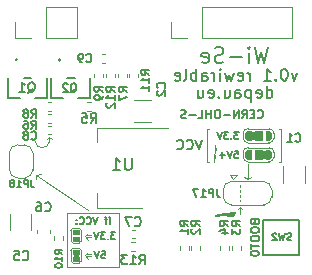
<source format=gbr>
%TF.GenerationSoftware,KiCad,Pcbnew,5.1.9*%
%TF.CreationDate,2021-01-20T22:35:35+01:00*%
%TF.ProjectId,wi-se-rewirable,77692d73-652d-4726-9577-697261626c65,rev?*%
%TF.SameCoordinates,Original*%
%TF.FileFunction,Legend,Bot*%
%TF.FilePolarity,Positive*%
%FSLAX46Y46*%
G04 Gerber Fmt 4.6, Leading zero omitted, Abs format (unit mm)*
G04 Created by KiCad (PCBNEW 5.1.9) date 2021-01-20 22:35:35*
%MOMM*%
%LPD*%
G01*
G04 APERTURE LIST*
%ADD10C,0.120000*%
%ADD11C,0.100000*%
%ADD12C,0.150000*%
%ADD13C,0.152400*%
G04 APERTURE END LIST*
D10*
X120358922Y-75419258D02*
G75*
G02*
X120299999Y-76174999I-633922J-330742D01*
G01*
D11*
G36*
X120250000Y-76800000D02*
G01*
X120200000Y-76800000D01*
X120275000Y-76225000D01*
X120325000Y-76225000D01*
X120250000Y-76800000D01*
G37*
X120250000Y-76800000D02*
X120200000Y-76800000D01*
X120275000Y-76225000D01*
X120325000Y-76225000D01*
X120250000Y-76800000D01*
D10*
X120200000Y-76800000D02*
X120358922Y-75419258D01*
X122450000Y-80700000D02*
X122450000Y-81250000D01*
X122450000Y-80650000D02*
X122600000Y-80800000D01*
X122300000Y-80800000D02*
X122450000Y-80650000D01*
D11*
G36*
X121900000Y-81275000D02*
G01*
X121750000Y-81375000D01*
X121500000Y-81425000D01*
X121300000Y-81375000D01*
X121150000Y-81225000D01*
X121200000Y-81175000D01*
X122000000Y-81075000D01*
X121900000Y-81275000D01*
G37*
X121900000Y-81275000D02*
X121750000Y-81375000D01*
X121500000Y-81425000D01*
X121300000Y-81375000D01*
X121150000Y-81225000D01*
X121200000Y-81175000D01*
X122000000Y-81075000D01*
X121900000Y-81275000D01*
D10*
X122450000Y-80000000D02*
X122450000Y-80150000D01*
X122450000Y-79600000D02*
X122450000Y-79750000D01*
X122450000Y-79200000D02*
X122450000Y-79350000D01*
X122450000Y-78800000D02*
X122450000Y-78950000D01*
X122050000Y-81075000D02*
G75*
G02*
X121315633Y-81395599I-534367J222653D01*
G01*
X121315633Y-81395600D02*
G75*
G02*
X121155001Y-81263069I139367J332530D01*
G01*
D11*
G36*
X121050000Y-81275000D02*
G01*
X120300000Y-81425000D01*
X120300000Y-81275000D01*
X121100000Y-81175000D01*
X121050000Y-81275000D01*
G37*
X121050000Y-81275000D02*
X120300000Y-81425000D01*
X120300000Y-81275000D01*
X121100000Y-81175000D01*
X121050000Y-81275000D01*
D10*
X120350000Y-81275000D02*
X122050000Y-81075000D01*
X123100000Y-78300000D02*
X123400000Y-78100000D01*
X123100000Y-78300000D02*
X122800000Y-78100000D01*
X123100000Y-77000000D02*
X123100000Y-78300000D01*
X125700000Y-76800000D02*
X125900000Y-76800000D01*
X125900000Y-76800000D02*
X125900000Y-74000000D01*
X125900000Y-74000000D02*
X125700000Y-74000000D01*
X105200000Y-77900000D02*
X105600000Y-77800000D01*
X105200000Y-77900000D02*
X105200000Y-78300000D01*
X105200000Y-77900000D02*
X109600000Y-80900000D01*
X107800000Y-85700000D02*
X107800000Y-81100000D01*
X112200000Y-85700000D02*
X107800000Y-85700000D01*
X112200000Y-81100000D02*
X112200000Y-85700000D01*
X107800000Y-81100000D02*
X112200000Y-81100000D01*
X109500000Y-83200000D02*
X109800000Y-83200000D01*
X109500000Y-83000000D02*
X109800000Y-83000000D01*
X109600000Y-82800000D02*
X109300000Y-83100000D01*
D12*
X111885714Y-82771428D02*
X111514285Y-82771428D01*
X111714285Y-83000000D01*
X111628571Y-83000000D01*
X111571428Y-83028571D01*
X111542857Y-83057142D01*
X111514285Y-83114285D01*
X111514285Y-83257142D01*
X111542857Y-83314285D01*
X111571428Y-83342857D01*
X111628571Y-83371428D01*
X111800000Y-83371428D01*
X111857142Y-83342857D01*
X111885714Y-83314285D01*
X111257142Y-83314285D02*
X111228571Y-83342857D01*
X111257142Y-83371428D01*
X111285714Y-83342857D01*
X111257142Y-83314285D01*
X111257142Y-83371428D01*
X111028571Y-82771428D02*
X110657142Y-82771428D01*
X110857142Y-83000000D01*
X110771428Y-83000000D01*
X110714285Y-83028571D01*
X110685714Y-83057142D01*
X110657142Y-83114285D01*
X110657142Y-83257142D01*
X110685714Y-83314285D01*
X110714285Y-83342857D01*
X110771428Y-83371428D01*
X110942857Y-83371428D01*
X111000000Y-83342857D01*
X111028571Y-83314285D01*
X110485714Y-82771428D02*
X110285714Y-83371428D01*
X110085714Y-82771428D01*
D10*
X109300000Y-83100000D02*
X109600000Y-83400000D01*
X109300000Y-84700000D02*
X109600000Y-85000000D01*
X109600000Y-84400000D02*
X109300000Y-84700000D01*
X109500000Y-84800000D02*
X109800000Y-84800000D01*
X109500000Y-84600000D02*
X109800000Y-84600000D01*
D12*
X110714285Y-84371428D02*
X111000000Y-84371428D01*
X111028571Y-84657142D01*
X111000000Y-84628571D01*
X110942857Y-84600000D01*
X110800000Y-84600000D01*
X110742857Y-84628571D01*
X110714285Y-84657142D01*
X110685714Y-84714285D01*
X110685714Y-84857142D01*
X110714285Y-84914285D01*
X110742857Y-84942857D01*
X110800000Y-84971428D01*
X110942857Y-84971428D01*
X111000000Y-84942857D01*
X111028571Y-84914285D01*
X110514285Y-84371428D02*
X110314285Y-84971428D01*
X110114285Y-84371428D01*
X111400000Y-82071428D02*
X111400000Y-81671428D01*
X111400000Y-81471428D02*
X111428571Y-81500000D01*
X111400000Y-81528571D01*
X111371428Y-81500000D01*
X111400000Y-81471428D01*
X111400000Y-81528571D01*
X111200000Y-81671428D02*
X110971428Y-81671428D01*
X111114285Y-82071428D02*
X111114285Y-81557142D01*
X111085714Y-81500000D01*
X111028571Y-81471428D01*
X110971428Y-81471428D01*
X110400000Y-81471428D02*
X110200000Y-82071428D01*
X110000000Y-81471428D01*
X109457142Y-82014285D02*
X109485714Y-82042857D01*
X109571428Y-82071428D01*
X109628571Y-82071428D01*
X109714285Y-82042857D01*
X109771428Y-81985714D01*
X109800000Y-81928571D01*
X109828571Y-81814285D01*
X109828571Y-81728571D01*
X109800000Y-81614285D01*
X109771428Y-81557142D01*
X109714285Y-81500000D01*
X109628571Y-81471428D01*
X109571428Y-81471428D01*
X109485714Y-81500000D01*
X109457142Y-81528571D01*
X108857142Y-82014285D02*
X108885714Y-82042857D01*
X108971428Y-82071428D01*
X109028571Y-82071428D01*
X109114285Y-82042857D01*
X109171428Y-81985714D01*
X109200000Y-81928571D01*
X109228571Y-81814285D01*
X109228571Y-81728571D01*
X109200000Y-81614285D01*
X109171428Y-81557142D01*
X109114285Y-81500000D01*
X109028571Y-81471428D01*
X108971428Y-81471428D01*
X108885714Y-81500000D01*
X108857142Y-81528571D01*
X108600000Y-82014285D02*
X108571428Y-82042857D01*
X108600000Y-82071428D01*
X108628571Y-82042857D01*
X108600000Y-82014285D01*
X108600000Y-82071428D01*
X108600000Y-81700000D02*
X108571428Y-81728571D01*
X108600000Y-81757142D01*
X108628571Y-81728571D01*
X108600000Y-81700000D01*
X108600000Y-81757142D01*
D11*
G36*
X108700000Y-85000000D02*
G01*
X108400000Y-85000000D01*
X108400000Y-84400000D01*
X108700000Y-84400000D01*
X108700000Y-85000000D01*
G37*
X108700000Y-85000000D02*
X108400000Y-85000000D01*
X108400000Y-84400000D01*
X108700000Y-84400000D01*
X108700000Y-85000000D01*
D10*
X108300000Y-84100000D02*
X108800000Y-84100000D01*
X108300000Y-85400000D02*
G75*
G02*
X108100000Y-85200000I0J200000D01*
G01*
D11*
G36*
X108800000Y-84600000D02*
G01*
X108300000Y-84600000D01*
X108300000Y-84300000D01*
X108800000Y-84300000D01*
X108800000Y-84600000D01*
G37*
X108800000Y-84600000D02*
X108300000Y-84600000D01*
X108300000Y-84300000D01*
X108800000Y-84300000D01*
X108800000Y-84600000D01*
D10*
X108100000Y-85200000D02*
X108100000Y-84300000D01*
D11*
G36*
X108800000Y-85200000D02*
G01*
X108300000Y-85200000D01*
X108300000Y-84900000D01*
X108800000Y-84900000D01*
X108800000Y-85200000D01*
G37*
X108800000Y-85200000D02*
X108300000Y-85200000D01*
X108300000Y-84900000D01*
X108800000Y-84900000D01*
X108800000Y-85200000D01*
D10*
X108300000Y-85400000D02*
X108800000Y-85400000D01*
X108800000Y-84100000D02*
G75*
G02*
X109000000Y-84300000I0J-200000D01*
G01*
X109000000Y-85200000D02*
X109000000Y-84300000D01*
X108100000Y-84300000D02*
G75*
G02*
X108300000Y-84100000I200000J0D01*
G01*
X109000000Y-85200000D02*
G75*
G02*
X108800000Y-85400000I-200000J0D01*
G01*
D11*
G36*
X108800000Y-82900000D02*
G01*
X108300000Y-82900000D01*
X108300000Y-82600000D01*
X108800000Y-82600000D01*
X108800000Y-82900000D01*
G37*
X108800000Y-82900000D02*
X108300000Y-82900000D01*
X108300000Y-82600000D01*
X108800000Y-82600000D01*
X108800000Y-82900000D01*
G36*
X108800000Y-83500000D02*
G01*
X108300000Y-83500000D01*
X108300000Y-83200000D01*
X108800000Y-83200000D01*
X108800000Y-83500000D01*
G37*
X108800000Y-83500000D02*
X108300000Y-83500000D01*
X108300000Y-83200000D01*
X108800000Y-83200000D01*
X108800000Y-83500000D01*
D10*
X108300000Y-83700000D02*
G75*
G02*
X108100000Y-83500000I0J200000D01*
G01*
X109000000Y-83500000D02*
G75*
G02*
X108800000Y-83700000I-200000J0D01*
G01*
X108800000Y-82400000D02*
G75*
G02*
X109000000Y-82600000I0J-200000D01*
G01*
X108100000Y-82600000D02*
G75*
G02*
X108300000Y-82400000I200000J0D01*
G01*
X108300000Y-83700000D02*
X108800000Y-83700000D01*
X108300000Y-82400000D02*
X108800000Y-82400000D01*
X109000000Y-83500000D02*
X109000000Y-82600000D01*
X108100000Y-83500000D02*
X108100000Y-82600000D01*
X119625000Y-76825000D02*
X119825000Y-76825000D01*
X119625000Y-74025000D02*
X119625000Y-76825000D01*
X119825000Y-74025000D02*
X119625000Y-74025000D01*
D12*
X119191666Y-74961904D02*
X118925000Y-75761904D01*
X118658333Y-74961904D01*
X117934523Y-75685714D02*
X117972619Y-75723809D01*
X118086904Y-75761904D01*
X118163095Y-75761904D01*
X118277380Y-75723809D01*
X118353571Y-75647619D01*
X118391666Y-75571428D01*
X118429761Y-75419047D01*
X118429761Y-75304761D01*
X118391666Y-75152380D01*
X118353571Y-75076190D01*
X118277380Y-75000000D01*
X118163095Y-74961904D01*
X118086904Y-74961904D01*
X117972619Y-75000000D01*
X117934523Y-75038095D01*
X117134523Y-75685714D02*
X117172619Y-75723809D01*
X117286904Y-75761904D01*
X117363095Y-75761904D01*
X117477380Y-75723809D01*
X117553571Y-75647619D01*
X117591666Y-75571428D01*
X117629761Y-75419047D01*
X117629761Y-75304761D01*
X117591666Y-75152380D01*
X117553571Y-75076190D01*
X117477380Y-75000000D01*
X117363095Y-74961904D01*
X117286904Y-74961904D01*
X117172619Y-75000000D01*
X117134523Y-75038095D01*
X121973928Y-75871428D02*
X122259642Y-75871428D01*
X122288214Y-76157142D01*
X122259642Y-76128571D01*
X122202500Y-76100000D01*
X122059642Y-76100000D01*
X122002500Y-76128571D01*
X121973928Y-76157142D01*
X121945357Y-76214285D01*
X121945357Y-76357142D01*
X121973928Y-76414285D01*
X122002500Y-76442857D01*
X122059642Y-76471428D01*
X122202500Y-76471428D01*
X122259642Y-76442857D01*
X122288214Y-76414285D01*
X121773928Y-75871428D02*
X121573928Y-76471428D01*
X121373928Y-75871428D01*
X121173928Y-76242857D02*
X120716785Y-76242857D01*
X120945357Y-76471428D02*
X120945357Y-76014285D01*
X122316785Y-74271428D02*
X121945357Y-74271428D01*
X122145357Y-74500000D01*
X122059642Y-74500000D01*
X122002500Y-74528571D01*
X121973928Y-74557142D01*
X121945357Y-74614285D01*
X121945357Y-74757142D01*
X121973928Y-74814285D01*
X122002500Y-74842857D01*
X122059642Y-74871428D01*
X122231071Y-74871428D01*
X122288214Y-74842857D01*
X122316785Y-74814285D01*
X121688214Y-74814285D02*
X121659642Y-74842857D01*
X121688214Y-74871428D01*
X121716785Y-74842857D01*
X121688214Y-74814285D01*
X121688214Y-74871428D01*
X121459642Y-74271428D02*
X121088214Y-74271428D01*
X121288214Y-74500000D01*
X121202500Y-74500000D01*
X121145357Y-74528571D01*
X121116785Y-74557142D01*
X121088214Y-74614285D01*
X121088214Y-74757142D01*
X121116785Y-74814285D01*
X121145357Y-74842857D01*
X121202500Y-74871428D01*
X121373928Y-74871428D01*
X121431071Y-74842857D01*
X121459642Y-74814285D01*
X120916785Y-74271428D02*
X120716785Y-74871428D01*
X120516785Y-74271428D01*
D10*
X106299999Y-75100001D02*
X106300000Y-74800000D01*
X106299999Y-75100001D02*
G75*
G02*
X105100001Y-75099999I-599999J100001D01*
G01*
X106300000Y-74700000D02*
X106500000Y-74900000D01*
X106300000Y-74700000D02*
X106100000Y-74900000D01*
D11*
G36*
X124700000Y-76500000D02*
G01*
X124200000Y-76500000D01*
X124200000Y-75900000D01*
X124700000Y-75900000D01*
X124700000Y-76500000D01*
G37*
X124700000Y-76500000D02*
X124200000Y-76500000D01*
X124200000Y-75900000D01*
X124700000Y-75900000D01*
X124700000Y-76500000D01*
G36*
X123800000Y-74900000D02*
G01*
X123300000Y-74900000D01*
X123300000Y-74300000D01*
X123800000Y-74300000D01*
X123800000Y-74900000D01*
G37*
X123800000Y-74900000D02*
X123300000Y-74900000D01*
X123300000Y-74300000D01*
X123800000Y-74300000D01*
X123800000Y-74900000D01*
D10*
X124300000Y-74200000D02*
X123700000Y-74200000D01*
X123400000Y-75000000D02*
X123100000Y-75000000D01*
D11*
G36*
X123400000Y-75000000D02*
G01*
X123100000Y-75000000D01*
X122900000Y-74800000D01*
X122900000Y-74400000D01*
X123100000Y-74200000D01*
X123400000Y-74200000D01*
X123400000Y-75000000D01*
G37*
X123400000Y-75000000D02*
X123100000Y-75000000D01*
X122900000Y-74800000D01*
X122900000Y-74400000D01*
X123100000Y-74200000D01*
X123400000Y-74200000D01*
X123400000Y-75000000D01*
G36*
X125100000Y-74400000D02*
G01*
X125100000Y-74800000D01*
X124900000Y-75000000D01*
X124600000Y-75000000D01*
X124600000Y-74200000D01*
X124900000Y-74200000D01*
X125100000Y-74400000D01*
G37*
X125100000Y-74400000D02*
X125100000Y-74800000D01*
X124900000Y-75000000D01*
X124600000Y-75000000D01*
X124600000Y-74200000D01*
X124900000Y-74200000D01*
X125100000Y-74400000D01*
D10*
X124600000Y-74200000D02*
X124600000Y-75000000D01*
X125100000Y-74800000D02*
G75*
G02*
X124900000Y-75000000I-200000J0D01*
G01*
X124900000Y-74200000D02*
G75*
G02*
X125100000Y-74400000I0J-200000D01*
G01*
X123100000Y-75200000D02*
G75*
G02*
X122700000Y-74800000I0J400000D01*
G01*
X122900000Y-74400000D02*
G75*
G02*
X123100000Y-74200000I200000J0D01*
G01*
X124300000Y-75000000D02*
X124300000Y-74200000D01*
X125100000Y-74400000D02*
X125100000Y-74800000D01*
X124900000Y-74000000D02*
G75*
G02*
X125300000Y-74400000I0J-400000D01*
G01*
X122698006Y-74400001D02*
G75*
G02*
X123139999Y-74000001I401994J1D01*
G01*
X124600000Y-74200000D02*
X124900000Y-74200000D01*
D11*
G36*
X124300000Y-75000000D02*
G01*
X123700000Y-75000000D01*
X123700000Y-74200000D01*
X124300000Y-74200000D01*
X124300000Y-75000000D01*
G37*
X124300000Y-75000000D02*
X123700000Y-75000000D01*
X123700000Y-74200000D01*
X124300000Y-74200000D01*
X124300000Y-75000000D01*
D10*
X123400000Y-74200000D02*
X123100000Y-74200000D01*
X123100000Y-74000000D02*
X124900000Y-74000000D01*
X125300000Y-74400000D02*
X125300000Y-74800000D01*
X123100000Y-75200000D02*
X124900000Y-75200000D01*
X123700000Y-74200000D02*
X123700000Y-75000000D01*
X123100000Y-75000000D02*
G75*
G02*
X122900000Y-74800000I0J200000D01*
G01*
X122900000Y-74800000D02*
X122900000Y-74400000D01*
X125301994Y-74799999D02*
G75*
G02*
X124860001Y-75199999I-401994J-1D01*
G01*
X123700000Y-75000000D02*
X124300000Y-75000000D01*
X124600000Y-75000000D02*
X124900000Y-75000000D01*
X122700000Y-74800000D02*
X122700000Y-74400000D01*
X123400000Y-75000000D02*
X123400000Y-74200000D01*
D11*
G36*
X124300000Y-76600000D02*
G01*
X123700000Y-76600000D01*
X123700000Y-75800000D01*
X124300000Y-75800000D01*
X124300000Y-76600000D01*
G37*
X124300000Y-76600000D02*
X123700000Y-76600000D01*
X123700000Y-75800000D01*
X124300000Y-75800000D01*
X124300000Y-76600000D01*
D10*
X124300000Y-75800000D02*
X123700000Y-75800000D01*
X124300000Y-76600000D02*
X124300000Y-75800000D01*
X123700000Y-76600000D02*
X124300000Y-76600000D01*
X123700000Y-75800000D02*
X123700000Y-76600000D01*
X122900000Y-76000000D02*
G75*
G02*
X123100000Y-75800000I200000J0D01*
G01*
X125300000Y-76000000D02*
X125300000Y-76400000D01*
D11*
G36*
X123400000Y-76600000D02*
G01*
X123100000Y-76600000D01*
X122900000Y-76400000D01*
X122900000Y-76000000D01*
X123100000Y-75800000D01*
X123400000Y-75800000D01*
X123400000Y-76600000D01*
G37*
X123400000Y-76600000D02*
X123100000Y-76600000D01*
X122900000Y-76400000D01*
X122900000Y-76000000D01*
X123100000Y-75800000D01*
X123400000Y-75800000D01*
X123400000Y-76600000D01*
D10*
X124600000Y-76600000D02*
X124900000Y-76600000D01*
X122700000Y-76400000D02*
X122700000Y-76000000D01*
X123100000Y-76600000D02*
G75*
G02*
X122900000Y-76400000I0J200000D01*
G01*
X122900000Y-76400000D02*
X122900000Y-76000000D01*
X123400000Y-75800000D02*
X123100000Y-75800000D01*
X124600000Y-75800000D02*
X124600000Y-76600000D01*
X125100000Y-76400000D02*
G75*
G02*
X124900000Y-76600000I-200000J0D01*
G01*
X123100000Y-75600000D02*
X124900000Y-75600000D01*
X124900000Y-75800000D02*
G75*
G02*
X125100000Y-76000000I0J-200000D01*
G01*
X123100000Y-76800000D02*
X124900000Y-76800000D01*
X123400000Y-76600000D02*
X123100000Y-76600000D01*
X124900000Y-75600000D02*
G75*
G02*
X125300000Y-76000000I0J-400000D01*
G01*
X125100000Y-76000000D02*
X125100000Y-76400000D01*
X122698006Y-76000001D02*
G75*
G02*
X123139999Y-75600001I401994J1D01*
G01*
X124600000Y-75800000D02*
X124900000Y-75800000D01*
D11*
G36*
X125100000Y-76000000D02*
G01*
X125100000Y-76400000D01*
X124900000Y-76600000D01*
X124600000Y-76600000D01*
X124600000Y-75800000D01*
X124900000Y-75800000D01*
X125100000Y-76000000D01*
G37*
X125100000Y-76000000D02*
X125100000Y-76400000D01*
X124900000Y-76600000D01*
X124600000Y-76600000D01*
X124600000Y-75800000D01*
X124900000Y-75800000D01*
X125100000Y-76000000D01*
D10*
X125301994Y-76399999D02*
G75*
G02*
X124860001Y-76799999I-401994J-1D01*
G01*
X123400000Y-76600000D02*
X123400000Y-75800000D01*
X123100000Y-76800000D02*
G75*
G02*
X122700000Y-76400000I0J400000D01*
G01*
D12*
X123675000Y-81916666D02*
X123708333Y-82016666D01*
X123741666Y-82050000D01*
X123808333Y-82083333D01*
X123908333Y-82083333D01*
X123975000Y-82050000D01*
X124008333Y-82016666D01*
X124041666Y-81950000D01*
X124041666Y-81683333D01*
X123341666Y-81683333D01*
X123341666Y-81916666D01*
X123375000Y-81983333D01*
X123408333Y-82016666D01*
X123475000Y-82050000D01*
X123541666Y-82050000D01*
X123608333Y-82016666D01*
X123641666Y-81983333D01*
X123675000Y-81916666D01*
X123675000Y-81683333D01*
X123341666Y-82516666D02*
X123341666Y-82650000D01*
X123375000Y-82716666D01*
X123441666Y-82783333D01*
X123575000Y-82816666D01*
X123808333Y-82816666D01*
X123941666Y-82783333D01*
X124008333Y-82716666D01*
X124041666Y-82650000D01*
X124041666Y-82516666D01*
X124008333Y-82450000D01*
X123941666Y-82383333D01*
X123808333Y-82350000D01*
X123575000Y-82350000D01*
X123441666Y-82383333D01*
X123375000Y-82450000D01*
X123341666Y-82516666D01*
X123341666Y-83250000D02*
X123341666Y-83383333D01*
X123375000Y-83450000D01*
X123441666Y-83516666D01*
X123575000Y-83550000D01*
X123808333Y-83550000D01*
X123941666Y-83516666D01*
X124008333Y-83450000D01*
X124041666Y-83383333D01*
X124041666Y-83250000D01*
X124008333Y-83183333D01*
X123941666Y-83116666D01*
X123808333Y-83083333D01*
X123575000Y-83083333D01*
X123441666Y-83116666D01*
X123375000Y-83183333D01*
X123341666Y-83250000D01*
X123341666Y-83750000D02*
X123341666Y-84150000D01*
X124041666Y-83950000D02*
X123341666Y-83950000D01*
X123341666Y-84516666D02*
X123341666Y-84583333D01*
X123375000Y-84650000D01*
X123408333Y-84683333D01*
X123475000Y-84716666D01*
X123608333Y-84750000D01*
X123775000Y-84750000D01*
X123908333Y-84716666D01*
X123975000Y-84683333D01*
X124008333Y-84650000D01*
X124041666Y-84583333D01*
X124041666Y-84516666D01*
X124008333Y-84450000D01*
X123975000Y-84416666D01*
X123908333Y-84383333D01*
X123775000Y-84350000D01*
X123608333Y-84350000D01*
X123475000Y-84383333D01*
X123408333Y-84416666D01*
X123375000Y-84450000D01*
X123341666Y-84516666D01*
X123953333Y-73050000D02*
X123986666Y-73083333D01*
X124086666Y-73116666D01*
X124153333Y-73116666D01*
X124253333Y-73083333D01*
X124320000Y-73016666D01*
X124353333Y-72950000D01*
X124386666Y-72816666D01*
X124386666Y-72716666D01*
X124353333Y-72583333D01*
X124320000Y-72516666D01*
X124253333Y-72450000D01*
X124153333Y-72416666D01*
X124086666Y-72416666D01*
X123986666Y-72450000D01*
X123953333Y-72483333D01*
X123653333Y-72750000D02*
X123420000Y-72750000D01*
X123320000Y-73116666D02*
X123653333Y-73116666D01*
X123653333Y-72416666D01*
X123320000Y-72416666D01*
X122620000Y-73116666D02*
X122853333Y-72783333D01*
X123020000Y-73116666D02*
X123020000Y-72416666D01*
X122753333Y-72416666D01*
X122686666Y-72450000D01*
X122653333Y-72483333D01*
X122620000Y-72550000D01*
X122620000Y-72650000D01*
X122653333Y-72716666D01*
X122686666Y-72750000D01*
X122753333Y-72783333D01*
X123020000Y-72783333D01*
X122320000Y-73116666D02*
X122320000Y-72416666D01*
X121920000Y-73116666D01*
X121920000Y-72416666D01*
X121586666Y-72850000D02*
X121053333Y-72850000D01*
X120586666Y-72416666D02*
X120453333Y-72416666D01*
X120386666Y-72450000D01*
X120320000Y-72516666D01*
X120286666Y-72650000D01*
X120286666Y-72883333D01*
X120320000Y-73016666D01*
X120386666Y-73083333D01*
X120453333Y-73116666D01*
X120586666Y-73116666D01*
X120653333Y-73083333D01*
X120720000Y-73016666D01*
X120753333Y-72883333D01*
X120753333Y-72650000D01*
X120720000Y-72516666D01*
X120653333Y-72450000D01*
X120586666Y-72416666D01*
X119986666Y-73116666D02*
X119986666Y-72416666D01*
X119986666Y-72750000D02*
X119586666Y-72750000D01*
X119586666Y-73116666D02*
X119586666Y-72416666D01*
X118920000Y-73116666D02*
X119253333Y-73116666D01*
X119253333Y-72416666D01*
X118686666Y-72850000D02*
X118153333Y-72850000D01*
X117853333Y-73083333D02*
X117753333Y-73116666D01*
X117586666Y-73116666D01*
X117520000Y-73083333D01*
X117486666Y-73050000D01*
X117453333Y-72983333D01*
X117453333Y-72916666D01*
X117486666Y-72850000D01*
X117520000Y-72816666D01*
X117586666Y-72783333D01*
X117720000Y-72750000D01*
X117786666Y-72716666D01*
X117820000Y-72683333D01*
X117853333Y-72616666D01*
X117853333Y-72550000D01*
X117820000Y-72483333D01*
X117786666Y-72450000D01*
X117720000Y-72416666D01*
X117553333Y-72416666D01*
X117453333Y-72450000D01*
X124700476Y-71382380D02*
X124700476Y-70382380D01*
X124700476Y-71334761D02*
X124795714Y-71382380D01*
X124986190Y-71382380D01*
X125081428Y-71334761D01*
X125129047Y-71287142D01*
X125176666Y-71191904D01*
X125176666Y-70906190D01*
X125129047Y-70810952D01*
X125081428Y-70763333D01*
X124986190Y-70715714D01*
X124795714Y-70715714D01*
X124700476Y-70763333D01*
X123843333Y-71334761D02*
X123938571Y-71382380D01*
X124129047Y-71382380D01*
X124224285Y-71334761D01*
X124271904Y-71239523D01*
X124271904Y-70858571D01*
X124224285Y-70763333D01*
X124129047Y-70715714D01*
X123938571Y-70715714D01*
X123843333Y-70763333D01*
X123795714Y-70858571D01*
X123795714Y-70953809D01*
X124271904Y-71049047D01*
X123367142Y-70715714D02*
X123367142Y-71715714D01*
X123367142Y-70763333D02*
X123271904Y-70715714D01*
X123081428Y-70715714D01*
X122986190Y-70763333D01*
X122938571Y-70810952D01*
X122890952Y-70906190D01*
X122890952Y-71191904D01*
X122938571Y-71287142D01*
X122986190Y-71334761D01*
X123081428Y-71382380D01*
X123271904Y-71382380D01*
X123367142Y-71334761D01*
X122033809Y-71382380D02*
X122033809Y-70858571D01*
X122081428Y-70763333D01*
X122176666Y-70715714D01*
X122367142Y-70715714D01*
X122462380Y-70763333D01*
X122033809Y-71334761D02*
X122129047Y-71382380D01*
X122367142Y-71382380D01*
X122462380Y-71334761D01*
X122510000Y-71239523D01*
X122510000Y-71144285D01*
X122462380Y-71049047D01*
X122367142Y-71001428D01*
X122129047Y-71001428D01*
X122033809Y-70953809D01*
X121129047Y-70715714D02*
X121129047Y-71382380D01*
X121557619Y-70715714D02*
X121557619Y-71239523D01*
X121510000Y-71334761D01*
X121414761Y-71382380D01*
X121271904Y-71382380D01*
X121176666Y-71334761D01*
X121129047Y-71287142D01*
X120652857Y-71287142D02*
X120605238Y-71334761D01*
X120652857Y-71382380D01*
X120700476Y-71334761D01*
X120652857Y-71287142D01*
X120652857Y-71382380D01*
X119795714Y-71334761D02*
X119890952Y-71382380D01*
X120081428Y-71382380D01*
X120176666Y-71334761D01*
X120224285Y-71239523D01*
X120224285Y-70858571D01*
X120176666Y-70763333D01*
X120081428Y-70715714D01*
X119890952Y-70715714D01*
X119795714Y-70763333D01*
X119748095Y-70858571D01*
X119748095Y-70953809D01*
X120224285Y-71049047D01*
X118890952Y-70715714D02*
X118890952Y-71382380D01*
X119319523Y-70715714D02*
X119319523Y-71239523D01*
X119271904Y-71334761D01*
X119176666Y-71382380D01*
X119033809Y-71382380D01*
X118938571Y-71334761D01*
X118890952Y-71287142D01*
X127274285Y-69255714D02*
X127036190Y-69922380D01*
X126798095Y-69255714D01*
X126226666Y-68922380D02*
X126131428Y-68922380D01*
X126036190Y-68970000D01*
X125988571Y-69017619D01*
X125940952Y-69112857D01*
X125893333Y-69303333D01*
X125893333Y-69541428D01*
X125940952Y-69731904D01*
X125988571Y-69827142D01*
X126036190Y-69874761D01*
X126131428Y-69922380D01*
X126226666Y-69922380D01*
X126321904Y-69874761D01*
X126369523Y-69827142D01*
X126417142Y-69731904D01*
X126464761Y-69541428D01*
X126464761Y-69303333D01*
X126417142Y-69112857D01*
X126369523Y-69017619D01*
X126321904Y-68970000D01*
X126226666Y-68922380D01*
X125464761Y-69827142D02*
X125417142Y-69874761D01*
X125464761Y-69922380D01*
X125512380Y-69874761D01*
X125464761Y-69827142D01*
X125464761Y-69922380D01*
X124464761Y-69922380D02*
X125036190Y-69922380D01*
X124750476Y-69922380D02*
X124750476Y-68922380D01*
X124845714Y-69065238D01*
X124940952Y-69160476D01*
X125036190Y-69208095D01*
X123274285Y-69922380D02*
X123274285Y-69255714D01*
X123274285Y-69446190D02*
X123226666Y-69350952D01*
X123179047Y-69303333D01*
X123083809Y-69255714D01*
X122988571Y-69255714D01*
X122274285Y-69874761D02*
X122369523Y-69922380D01*
X122560000Y-69922380D01*
X122655238Y-69874761D01*
X122702857Y-69779523D01*
X122702857Y-69398571D01*
X122655238Y-69303333D01*
X122560000Y-69255714D01*
X122369523Y-69255714D01*
X122274285Y-69303333D01*
X122226666Y-69398571D01*
X122226666Y-69493809D01*
X122702857Y-69589047D01*
X121893333Y-69255714D02*
X121702857Y-69922380D01*
X121512380Y-69446190D01*
X121321904Y-69922380D01*
X121131428Y-69255714D01*
X120750476Y-69922380D02*
X120750476Y-69255714D01*
X120750476Y-68922380D02*
X120798095Y-68970000D01*
X120750476Y-69017619D01*
X120702857Y-68970000D01*
X120750476Y-68922380D01*
X120750476Y-69017619D01*
X120274285Y-69922380D02*
X120274285Y-69255714D01*
X120274285Y-69446190D02*
X120226666Y-69350952D01*
X120179047Y-69303333D01*
X120083809Y-69255714D01*
X119988571Y-69255714D01*
X119226666Y-69922380D02*
X119226666Y-69398571D01*
X119274285Y-69303333D01*
X119369523Y-69255714D01*
X119560000Y-69255714D01*
X119655238Y-69303333D01*
X119226666Y-69874761D02*
X119321904Y-69922380D01*
X119560000Y-69922380D01*
X119655238Y-69874761D01*
X119702857Y-69779523D01*
X119702857Y-69684285D01*
X119655238Y-69589047D01*
X119560000Y-69541428D01*
X119321904Y-69541428D01*
X119226666Y-69493809D01*
X118750476Y-69922380D02*
X118750476Y-68922380D01*
X118750476Y-69303333D02*
X118655238Y-69255714D01*
X118464761Y-69255714D01*
X118369523Y-69303333D01*
X118321904Y-69350952D01*
X118274285Y-69446190D01*
X118274285Y-69731904D01*
X118321904Y-69827142D01*
X118369523Y-69874761D01*
X118464761Y-69922380D01*
X118655238Y-69922380D01*
X118750476Y-69874761D01*
X117702857Y-69922380D02*
X117798095Y-69874761D01*
X117845714Y-69779523D01*
X117845714Y-68922380D01*
X116940952Y-69874761D02*
X117036190Y-69922380D01*
X117226666Y-69922380D01*
X117321904Y-69874761D01*
X117369523Y-69779523D01*
X117369523Y-69398571D01*
X117321904Y-69303333D01*
X117226666Y-69255714D01*
X117036190Y-69255714D01*
X116940952Y-69303333D01*
X116893333Y-69398571D01*
X116893333Y-69493809D01*
X117369523Y-69589047D01*
X124797619Y-67118095D02*
X124488095Y-68418095D01*
X124240476Y-67489523D01*
X123992857Y-68418095D01*
X123683333Y-67118095D01*
X123188095Y-68418095D02*
X123188095Y-67551428D01*
X123188095Y-67118095D02*
X123250000Y-67180000D01*
X123188095Y-67241904D01*
X123126190Y-67180000D01*
X123188095Y-67118095D01*
X123188095Y-67241904D01*
X122569047Y-67922857D02*
X121578571Y-67922857D01*
X121021428Y-68356190D02*
X120835714Y-68418095D01*
X120526190Y-68418095D01*
X120402380Y-68356190D01*
X120340476Y-68294285D01*
X120278571Y-68170476D01*
X120278571Y-68046666D01*
X120340476Y-67922857D01*
X120402380Y-67860952D01*
X120526190Y-67799047D01*
X120773809Y-67737142D01*
X120897619Y-67675238D01*
X120959523Y-67613333D01*
X121021428Y-67489523D01*
X121021428Y-67365714D01*
X120959523Y-67241904D01*
X120897619Y-67180000D01*
X120773809Y-67118095D01*
X120464285Y-67118095D01*
X120278571Y-67180000D01*
X119226190Y-68356190D02*
X119350000Y-68418095D01*
X119597619Y-68418095D01*
X119721428Y-68356190D01*
X119783333Y-68232380D01*
X119783333Y-67737142D01*
X119721428Y-67613333D01*
X119597619Y-67551428D01*
X119350000Y-67551428D01*
X119226190Y-67613333D01*
X119164285Y-67737142D01*
X119164285Y-67860952D01*
X119783333Y-67984761D01*
D10*
%TO.C,JP17*%
X121870000Y-78260000D02*
X122170000Y-77960000D01*
X121570000Y-77960000D02*
X122170000Y-77960000D01*
X121870000Y-78260000D02*
X121570000Y-77960000D01*
X121020000Y-79160000D02*
X121020000Y-79760000D01*
X124470000Y-78460000D02*
X121670000Y-78460000D01*
X125120000Y-79760000D02*
X125120000Y-79160000D01*
X121670000Y-80460000D02*
X124470000Y-80460000D01*
X124420000Y-80460000D02*
G75*
G03*
X125120000Y-79760000I0J700000D01*
G01*
X125120000Y-79160000D02*
G75*
G03*
X124420000Y-78460000I-700000J0D01*
G01*
X121720000Y-78460000D02*
G75*
G03*
X121020000Y-79160000I0J-700000D01*
G01*
X121020000Y-79760000D02*
G75*
G03*
X121720000Y-80460000I700000J0D01*
G01*
%TO.C,C1*%
X126080000Y-78561252D02*
X126080000Y-77138748D01*
X127900000Y-78561252D02*
X127900000Y-77138748D01*
%TO.C,C2*%
X113488748Y-73410000D02*
X114911252Y-73410000D01*
X113488748Y-71590000D02*
X114911252Y-71590000D01*
%TO.C,C5*%
X102940000Y-82611252D02*
X102940000Y-81188748D01*
X104760000Y-82611252D02*
X104760000Y-81188748D01*
%TO.C,C6*%
X106310000Y-82840580D02*
X106310000Y-82559420D01*
X105290000Y-82840580D02*
X105290000Y-82559420D01*
%TO.C,C7*%
X113292164Y-83260000D02*
X113507836Y-83260000D01*
X113292164Y-82540000D02*
X113507836Y-82540000D01*
%TO.C,C8*%
X106192164Y-73740000D02*
X106407836Y-73740000D01*
X106192164Y-74460000D02*
X106407836Y-74460000D01*
%TO.C,C9*%
X111007836Y-67690000D02*
X110792164Y-67690000D01*
X111007836Y-68410000D02*
X110792164Y-68410000D01*
%TO.C,J1*%
X106020000Y-63670000D02*
X106020000Y-66330000D01*
X106020000Y-63670000D02*
X108620000Y-63670000D01*
X108620000Y-63670000D02*
X108620000Y-66330000D01*
X106020000Y-66330000D02*
X108620000Y-66330000D01*
X103420000Y-66330000D02*
X104750000Y-66330000D01*
X103420000Y-65000000D02*
X103420000Y-66330000D01*
%TO.C,J2*%
X119190000Y-63670000D02*
X119190000Y-66330000D01*
X119190000Y-63670000D02*
X126870000Y-63670000D01*
X126870000Y-63670000D02*
X126870000Y-66330000D01*
X119190000Y-66330000D02*
X126870000Y-66330000D01*
X116590000Y-66330000D02*
X117920000Y-66330000D01*
X116590000Y-65000000D02*
X116590000Y-66330000D01*
D13*
%TO.C,Q1*%
X103576200Y-68163001D02*
G75*
G03*
X103576200Y-68163001I-76200J0D01*
G01*
X103833260Y-71375500D02*
X102824400Y-71375500D01*
X102824400Y-71375500D02*
X102824400Y-69724500D01*
X106075600Y-71375500D02*
X105066740Y-71375500D01*
X106075600Y-69724500D02*
X106075600Y-71375500D01*
X104116739Y-69724500D02*
X104783261Y-69724500D01*
%TO.C,Q2*%
X107766739Y-69724500D02*
X108433261Y-69724500D01*
X109725600Y-69724500D02*
X109725600Y-71375500D01*
X109725600Y-71375500D02*
X108716740Y-71375500D01*
X106474400Y-71375500D02*
X106474400Y-69724500D01*
X107483260Y-71375500D02*
X106474400Y-71375500D01*
X107226200Y-68163001D02*
G75*
G03*
X107226200Y-68163001I-76200J0D01*
G01*
D10*
%TO.C,R1*%
X117320000Y-83956359D02*
X117320000Y-84263641D01*
X118080000Y-83956359D02*
X118080000Y-84263641D01*
%TO.C,R2*%
X119080000Y-83946359D02*
X119080000Y-84253641D01*
X118320000Y-83946359D02*
X118320000Y-84253641D01*
%TO.C,R3*%
X122480000Y-83956359D02*
X122480000Y-84263641D01*
X121720000Y-83956359D02*
X121720000Y-84263641D01*
%TO.C,R4*%
X121480000Y-83956359D02*
X121480000Y-84263641D01*
X120720000Y-83956359D02*
X120720000Y-84263641D01*
%TO.C,R5*%
X109803641Y-71720000D02*
X109496359Y-71720000D01*
X109803641Y-72480000D02*
X109496359Y-72480000D01*
%TO.C,R6*%
X106453641Y-73480000D02*
X106146359Y-73480000D01*
X106453641Y-72720000D02*
X106146359Y-72720000D01*
%TO.C,R7*%
X111830000Y-69653641D02*
X111830000Y-69346359D01*
X111070000Y-69653641D02*
X111070000Y-69346359D01*
%TO.C,R8*%
X106146359Y-71720000D02*
X106453641Y-71720000D01*
X106146359Y-72480000D02*
X106453641Y-72480000D01*
%TO.C,R9*%
X110070000Y-69346359D02*
X110070000Y-69653641D01*
X110830000Y-69346359D02*
X110830000Y-69653641D01*
%TO.C,R11*%
X113070000Y-69346359D02*
X113070000Y-69653641D01*
X113830000Y-69346359D02*
X113830000Y-69653641D01*
%TO.C,R12*%
X112070000Y-69346359D02*
X112070000Y-69653641D01*
X112830000Y-69346359D02*
X112830000Y-69653641D01*
%TO.C,U1*%
X110350000Y-80720000D02*
X110350000Y-79460000D01*
X110350000Y-73900000D02*
X110350000Y-75160000D01*
X114110000Y-80720000D02*
X110350000Y-80720000D01*
X116360000Y-73900000D02*
X110350000Y-73900000D01*
%TO.C,R10*%
X106670000Y-83096359D02*
X106670000Y-83403641D01*
X107430000Y-83096359D02*
X107430000Y-83403641D01*
%TO.C,R13*%
X113246359Y-83570000D02*
X113553641Y-83570000D01*
X113246359Y-84330000D02*
X113553641Y-84330000D01*
%TO.C,JP18*%
X103600000Y-78170000D02*
X104200000Y-78170000D01*
X102900000Y-76070000D02*
X102900000Y-77470000D01*
X104200000Y-75370000D02*
X103600000Y-75370000D01*
X104900000Y-77470000D02*
X104900000Y-76070000D01*
X104900000Y-76070000D02*
G75*
G03*
X104200000Y-75370000I-700000J0D01*
G01*
X103600000Y-75370000D02*
G75*
G03*
X102900000Y-76070000I0J-700000D01*
G01*
X102900000Y-77470000D02*
G75*
G03*
X103600000Y-78170000I700000J0D01*
G01*
X104200000Y-78170000D02*
G75*
G03*
X104900000Y-77470000I0J700000D01*
G01*
D12*
%TO.C,SW2*%
X127425000Y-84700000D02*
X124425000Y-84700000D01*
X124425000Y-81700000D02*
X127425000Y-81700000D01*
X127425000Y-84700000D02*
X127425000Y-81700000D01*
X124425000Y-84700000D02*
X124425000Y-81700000D01*
%TO.C,JP17*%
X120516666Y-79116666D02*
X120516666Y-79616666D01*
X120550000Y-79716666D01*
X120616666Y-79783333D01*
X120716666Y-79816666D01*
X120783333Y-79816666D01*
X120183333Y-79816666D02*
X120183333Y-79116666D01*
X119916666Y-79116666D01*
X119850000Y-79150000D01*
X119816666Y-79183333D01*
X119783333Y-79250000D01*
X119783333Y-79350000D01*
X119816666Y-79416666D01*
X119850000Y-79450000D01*
X119916666Y-79483333D01*
X120183333Y-79483333D01*
X119116666Y-79816666D02*
X119516666Y-79816666D01*
X119316666Y-79816666D02*
X119316666Y-79116666D01*
X119383333Y-79216666D01*
X119450000Y-79283333D01*
X119516666Y-79316666D01*
X118883333Y-79116666D02*
X118416666Y-79116666D01*
X118716666Y-79816666D01*
%TO.C,C1*%
X127116666Y-75037500D02*
X127150000Y-75070833D01*
X127250000Y-75104166D01*
X127316666Y-75104166D01*
X127416666Y-75070833D01*
X127483333Y-75004166D01*
X127516666Y-74937500D01*
X127550000Y-74804166D01*
X127550000Y-74704166D01*
X127516666Y-74570833D01*
X127483333Y-74504166D01*
X127416666Y-74437500D01*
X127316666Y-74404166D01*
X127250000Y-74404166D01*
X127150000Y-74437500D01*
X127116666Y-74470833D01*
X126450000Y-75104166D02*
X126850000Y-75104166D01*
X126650000Y-75104166D02*
X126650000Y-74404166D01*
X126716666Y-74504166D01*
X126783333Y-74570833D01*
X126850000Y-74604166D01*
%TO.C,C2*%
X116050000Y-70533333D02*
X116083333Y-70500000D01*
X116116666Y-70400000D01*
X116116666Y-70333333D01*
X116083333Y-70233333D01*
X116016666Y-70166666D01*
X115950000Y-70133333D01*
X115816666Y-70100000D01*
X115716666Y-70100000D01*
X115583333Y-70133333D01*
X115516666Y-70166666D01*
X115450000Y-70233333D01*
X115416666Y-70333333D01*
X115416666Y-70400000D01*
X115450000Y-70500000D01*
X115483333Y-70533333D01*
X115483333Y-70800000D02*
X115450000Y-70833333D01*
X115416666Y-70900000D01*
X115416666Y-71066666D01*
X115450000Y-71133333D01*
X115483333Y-71166666D01*
X115550000Y-71200000D01*
X115616666Y-71200000D01*
X115716666Y-71166666D01*
X116116666Y-70766666D01*
X116116666Y-71200000D01*
%TO.C,C5*%
X104033333Y-85065714D02*
X104071428Y-85103809D01*
X104185714Y-85141904D01*
X104261904Y-85141904D01*
X104376190Y-85103809D01*
X104452380Y-85027619D01*
X104490476Y-84951428D01*
X104528571Y-84799047D01*
X104528571Y-84684761D01*
X104490476Y-84532380D01*
X104452380Y-84456190D01*
X104376190Y-84380000D01*
X104261904Y-84341904D01*
X104185714Y-84341904D01*
X104071428Y-84380000D01*
X104033333Y-84418095D01*
X103309523Y-84341904D02*
X103690476Y-84341904D01*
X103728571Y-84722857D01*
X103690476Y-84684761D01*
X103614285Y-84646666D01*
X103423809Y-84646666D01*
X103347619Y-84684761D01*
X103309523Y-84722857D01*
X103271428Y-84799047D01*
X103271428Y-84989523D01*
X103309523Y-85065714D01*
X103347619Y-85103809D01*
X103423809Y-85141904D01*
X103614285Y-85141904D01*
X103690476Y-85103809D01*
X103728571Y-85065714D01*
%TO.C,C6*%
X105933333Y-80935714D02*
X105971428Y-80973809D01*
X106085714Y-81011904D01*
X106161904Y-81011904D01*
X106276190Y-80973809D01*
X106352380Y-80897619D01*
X106390476Y-80821428D01*
X106428571Y-80669047D01*
X106428571Y-80554761D01*
X106390476Y-80402380D01*
X106352380Y-80326190D01*
X106276190Y-80250000D01*
X106161904Y-80211904D01*
X106085714Y-80211904D01*
X105971428Y-80250000D01*
X105933333Y-80288095D01*
X105247619Y-80211904D02*
X105400000Y-80211904D01*
X105476190Y-80250000D01*
X105514285Y-80288095D01*
X105590476Y-80402380D01*
X105628571Y-80554761D01*
X105628571Y-80859523D01*
X105590476Y-80935714D01*
X105552380Y-80973809D01*
X105476190Y-81011904D01*
X105323809Y-81011904D01*
X105247619Y-80973809D01*
X105209523Y-80935714D01*
X105171428Y-80859523D01*
X105171428Y-80669047D01*
X105209523Y-80592857D01*
X105247619Y-80554761D01*
X105323809Y-80516666D01*
X105476190Y-80516666D01*
X105552380Y-80554761D01*
X105590476Y-80592857D01*
X105628571Y-80669047D01*
%TO.C,C7*%
X113533333Y-82185714D02*
X113571428Y-82223809D01*
X113685714Y-82261904D01*
X113761904Y-82261904D01*
X113876190Y-82223809D01*
X113952380Y-82147619D01*
X113990476Y-82071428D01*
X114028571Y-81919047D01*
X114028571Y-81804761D01*
X113990476Y-81652380D01*
X113952380Y-81576190D01*
X113876190Y-81500000D01*
X113761904Y-81461904D01*
X113685714Y-81461904D01*
X113571428Y-81500000D01*
X113533333Y-81538095D01*
X113266666Y-81461904D02*
X112733333Y-81461904D01*
X113076190Y-82261904D01*
%TO.C,C8*%
X104766666Y-74850000D02*
X104800000Y-74883333D01*
X104900000Y-74916666D01*
X104966666Y-74916666D01*
X105066666Y-74883333D01*
X105133333Y-74816666D01*
X105166666Y-74750000D01*
X105200000Y-74616666D01*
X105200000Y-74516666D01*
X105166666Y-74383333D01*
X105133333Y-74316666D01*
X105066666Y-74250000D01*
X104966666Y-74216666D01*
X104900000Y-74216666D01*
X104800000Y-74250000D01*
X104766666Y-74283333D01*
X104366666Y-74516666D02*
X104433333Y-74483333D01*
X104466666Y-74450000D01*
X104500000Y-74383333D01*
X104500000Y-74350000D01*
X104466666Y-74283333D01*
X104433333Y-74250000D01*
X104366666Y-74216666D01*
X104233333Y-74216666D01*
X104166666Y-74250000D01*
X104133333Y-74283333D01*
X104100000Y-74350000D01*
X104100000Y-74383333D01*
X104133333Y-74450000D01*
X104166666Y-74483333D01*
X104233333Y-74516666D01*
X104366666Y-74516666D01*
X104433333Y-74550000D01*
X104466666Y-74583333D01*
X104500000Y-74650000D01*
X104500000Y-74783333D01*
X104466666Y-74850000D01*
X104433333Y-74883333D01*
X104366666Y-74916666D01*
X104233333Y-74916666D01*
X104166666Y-74883333D01*
X104133333Y-74850000D01*
X104100000Y-74783333D01*
X104100000Y-74650000D01*
X104133333Y-74583333D01*
X104166666Y-74550000D01*
X104233333Y-74516666D01*
%TO.C,C9*%
X109416666Y-68300000D02*
X109450000Y-68333333D01*
X109550000Y-68366666D01*
X109616666Y-68366666D01*
X109716666Y-68333333D01*
X109783333Y-68266666D01*
X109816666Y-68200000D01*
X109850000Y-68066666D01*
X109850000Y-67966666D01*
X109816666Y-67833333D01*
X109783333Y-67766666D01*
X109716666Y-67700000D01*
X109616666Y-67666666D01*
X109550000Y-67666666D01*
X109450000Y-67700000D01*
X109416666Y-67733333D01*
X109083333Y-68366666D02*
X108950000Y-68366666D01*
X108883333Y-68333333D01*
X108850000Y-68300000D01*
X108783333Y-68200000D01*
X108750000Y-68066666D01*
X108750000Y-67800000D01*
X108783333Y-67733333D01*
X108816666Y-67700000D01*
X108883333Y-67666666D01*
X109016666Y-67666666D01*
X109083333Y-67700000D01*
X109116666Y-67733333D01*
X109150000Y-67800000D01*
X109150000Y-67966666D01*
X109116666Y-68033333D01*
X109083333Y-68066666D01*
X109016666Y-68100000D01*
X108883333Y-68100000D01*
X108816666Y-68066666D01*
X108783333Y-68033333D01*
X108750000Y-67966666D01*
%TO.C,Q1*%
X104476190Y-70938095D02*
X104552380Y-70900000D01*
X104628571Y-70823809D01*
X104742857Y-70709523D01*
X104819047Y-70671428D01*
X104895238Y-70671428D01*
X104857142Y-70861904D02*
X104933333Y-70823809D01*
X105009523Y-70747619D01*
X105047619Y-70595238D01*
X105047619Y-70328571D01*
X105009523Y-70176190D01*
X104933333Y-70100000D01*
X104857142Y-70061904D01*
X104704761Y-70061904D01*
X104628571Y-70100000D01*
X104552380Y-70176190D01*
X104514285Y-70328571D01*
X104514285Y-70595238D01*
X104552380Y-70747619D01*
X104628571Y-70823809D01*
X104704761Y-70861904D01*
X104857142Y-70861904D01*
X103752380Y-70861904D02*
X104209523Y-70861904D01*
X103980952Y-70861904D02*
X103980952Y-70061904D01*
X104057142Y-70176190D01*
X104133333Y-70252380D01*
X104209523Y-70290476D01*
%TO.C,Q2*%
X108066666Y-70933333D02*
X108133333Y-70900000D01*
X108200000Y-70833333D01*
X108300000Y-70733333D01*
X108366666Y-70700000D01*
X108433333Y-70700000D01*
X108400000Y-70866666D02*
X108466666Y-70833333D01*
X108533333Y-70766666D01*
X108566666Y-70633333D01*
X108566666Y-70400000D01*
X108533333Y-70266666D01*
X108466666Y-70200000D01*
X108400000Y-70166666D01*
X108266666Y-70166666D01*
X108200000Y-70200000D01*
X108133333Y-70266666D01*
X108100000Y-70400000D01*
X108100000Y-70633333D01*
X108133333Y-70766666D01*
X108200000Y-70833333D01*
X108266666Y-70866666D01*
X108400000Y-70866666D01*
X107833333Y-70233333D02*
X107800000Y-70200000D01*
X107733333Y-70166666D01*
X107566666Y-70166666D01*
X107500000Y-70200000D01*
X107466666Y-70233333D01*
X107433333Y-70300000D01*
X107433333Y-70366666D01*
X107466666Y-70466666D01*
X107866666Y-70866666D01*
X107433333Y-70866666D01*
%TO.C,R1*%
X118066666Y-82233333D02*
X117733333Y-82000000D01*
X118066666Y-81833333D02*
X117366666Y-81833333D01*
X117366666Y-82100000D01*
X117400000Y-82166666D01*
X117433333Y-82200000D01*
X117500000Y-82233333D01*
X117600000Y-82233333D01*
X117666666Y-82200000D01*
X117700000Y-82166666D01*
X117733333Y-82100000D01*
X117733333Y-81833333D01*
X118066666Y-82900000D02*
X118066666Y-82500000D01*
X118066666Y-82700000D02*
X117366666Y-82700000D01*
X117466666Y-82633333D01*
X117533333Y-82566666D01*
X117566666Y-82500000D01*
%TO.C,R2*%
X119016666Y-82233333D02*
X118683333Y-82000000D01*
X119016666Y-81833333D02*
X118316666Y-81833333D01*
X118316666Y-82100000D01*
X118350000Y-82166666D01*
X118383333Y-82200000D01*
X118450000Y-82233333D01*
X118550000Y-82233333D01*
X118616666Y-82200000D01*
X118650000Y-82166666D01*
X118683333Y-82100000D01*
X118683333Y-81833333D01*
X118383333Y-82500000D02*
X118350000Y-82533333D01*
X118316666Y-82600000D01*
X118316666Y-82766666D01*
X118350000Y-82833333D01*
X118383333Y-82866666D01*
X118450000Y-82900000D01*
X118516666Y-82900000D01*
X118616666Y-82866666D01*
X119016666Y-82466666D01*
X119016666Y-82900000D01*
%TO.C,R3*%
X122466666Y-82233333D02*
X122133333Y-82000000D01*
X122466666Y-81833333D02*
X121766666Y-81833333D01*
X121766666Y-82100000D01*
X121800000Y-82166666D01*
X121833333Y-82200000D01*
X121900000Y-82233333D01*
X122000000Y-82233333D01*
X122066666Y-82200000D01*
X122100000Y-82166666D01*
X122133333Y-82100000D01*
X122133333Y-81833333D01*
X121766666Y-82466666D02*
X121766666Y-82900000D01*
X122033333Y-82666666D01*
X122033333Y-82766666D01*
X122066666Y-82833333D01*
X122100000Y-82866666D01*
X122166666Y-82900000D01*
X122333333Y-82900000D01*
X122400000Y-82866666D01*
X122433333Y-82833333D01*
X122466666Y-82766666D01*
X122466666Y-82566666D01*
X122433333Y-82500000D01*
X122400000Y-82466666D01*
%TO.C,R4*%
X121416666Y-82233333D02*
X121083333Y-82000000D01*
X121416666Y-81833333D02*
X120716666Y-81833333D01*
X120716666Y-82100000D01*
X120750000Y-82166666D01*
X120783333Y-82200000D01*
X120850000Y-82233333D01*
X120950000Y-82233333D01*
X121016666Y-82200000D01*
X121050000Y-82166666D01*
X121083333Y-82100000D01*
X121083333Y-81833333D01*
X120950000Y-82833333D02*
X121416666Y-82833333D01*
X120683333Y-82666666D02*
X121183333Y-82500000D01*
X121183333Y-82933333D01*
%TO.C,R5*%
X109783333Y-73511904D02*
X110050000Y-73130952D01*
X110240476Y-73511904D02*
X110240476Y-72711904D01*
X109935714Y-72711904D01*
X109859523Y-72750000D01*
X109821428Y-72788095D01*
X109783333Y-72864285D01*
X109783333Y-72978571D01*
X109821428Y-73054761D01*
X109859523Y-73092857D01*
X109935714Y-73130952D01*
X110240476Y-73130952D01*
X109059523Y-72711904D02*
X109440476Y-72711904D01*
X109478571Y-73092857D01*
X109440476Y-73054761D01*
X109364285Y-73016666D01*
X109173809Y-73016666D01*
X109097619Y-73054761D01*
X109059523Y-73092857D01*
X109021428Y-73169047D01*
X109021428Y-73359523D01*
X109059523Y-73435714D01*
X109097619Y-73473809D01*
X109173809Y-73511904D01*
X109364285Y-73511904D01*
X109440476Y-73473809D01*
X109478571Y-73435714D01*
%TO.C,R6*%
X104766666Y-74016666D02*
X105000000Y-73683333D01*
X105166666Y-74016666D02*
X105166666Y-73316666D01*
X104900000Y-73316666D01*
X104833333Y-73350000D01*
X104800000Y-73383333D01*
X104766666Y-73450000D01*
X104766666Y-73550000D01*
X104800000Y-73616666D01*
X104833333Y-73650000D01*
X104900000Y-73683333D01*
X105166666Y-73683333D01*
X104166666Y-73316666D02*
X104300000Y-73316666D01*
X104366666Y-73350000D01*
X104400000Y-73383333D01*
X104466666Y-73483333D01*
X104500000Y-73616666D01*
X104500000Y-73883333D01*
X104466666Y-73950000D01*
X104433333Y-73983333D01*
X104366666Y-74016666D01*
X104233333Y-74016666D01*
X104166666Y-73983333D01*
X104133333Y-73950000D01*
X104100000Y-73883333D01*
X104100000Y-73716666D01*
X104133333Y-73650000D01*
X104166666Y-73616666D01*
X104233333Y-73583333D01*
X104366666Y-73583333D01*
X104433333Y-73616666D01*
X104466666Y-73650000D01*
X104500000Y-73716666D01*
%TO.C,R7*%
X112866666Y-70883333D02*
X112533333Y-70650000D01*
X112866666Y-70483333D02*
X112166666Y-70483333D01*
X112166666Y-70750000D01*
X112200000Y-70816666D01*
X112233333Y-70850000D01*
X112300000Y-70883333D01*
X112400000Y-70883333D01*
X112466666Y-70850000D01*
X112500000Y-70816666D01*
X112533333Y-70750000D01*
X112533333Y-70483333D01*
X112166666Y-71116666D02*
X112166666Y-71583333D01*
X112866666Y-71283333D01*
%TO.C,R8*%
X104766666Y-73066666D02*
X105000000Y-72733333D01*
X105166666Y-73066666D02*
X105166666Y-72366666D01*
X104900000Y-72366666D01*
X104833333Y-72400000D01*
X104800000Y-72433333D01*
X104766666Y-72500000D01*
X104766666Y-72600000D01*
X104800000Y-72666666D01*
X104833333Y-72700000D01*
X104900000Y-72733333D01*
X105166666Y-72733333D01*
X104366666Y-72666666D02*
X104433333Y-72633333D01*
X104466666Y-72600000D01*
X104500000Y-72533333D01*
X104500000Y-72500000D01*
X104466666Y-72433333D01*
X104433333Y-72400000D01*
X104366666Y-72366666D01*
X104233333Y-72366666D01*
X104166666Y-72400000D01*
X104133333Y-72433333D01*
X104100000Y-72500000D01*
X104100000Y-72533333D01*
X104133333Y-72600000D01*
X104166666Y-72633333D01*
X104233333Y-72666666D01*
X104366666Y-72666666D01*
X104433333Y-72700000D01*
X104466666Y-72733333D01*
X104500000Y-72800000D01*
X104500000Y-72933333D01*
X104466666Y-73000000D01*
X104433333Y-73033333D01*
X104366666Y-73066666D01*
X104233333Y-73066666D01*
X104166666Y-73033333D01*
X104133333Y-73000000D01*
X104100000Y-72933333D01*
X104100000Y-72800000D01*
X104133333Y-72733333D01*
X104166666Y-72700000D01*
X104233333Y-72666666D01*
%TO.C,R9*%
X110816666Y-70883333D02*
X110483333Y-70650000D01*
X110816666Y-70483333D02*
X110116666Y-70483333D01*
X110116666Y-70750000D01*
X110150000Y-70816666D01*
X110183333Y-70850000D01*
X110250000Y-70883333D01*
X110350000Y-70883333D01*
X110416666Y-70850000D01*
X110450000Y-70816666D01*
X110483333Y-70750000D01*
X110483333Y-70483333D01*
X110816666Y-71216666D02*
X110816666Y-71350000D01*
X110783333Y-71416666D01*
X110750000Y-71450000D01*
X110650000Y-71516666D01*
X110516666Y-71550000D01*
X110250000Y-71550000D01*
X110183333Y-71516666D01*
X110150000Y-71483333D01*
X110116666Y-71416666D01*
X110116666Y-71283333D01*
X110150000Y-71216666D01*
X110183333Y-71183333D01*
X110250000Y-71150000D01*
X110416666Y-71150000D01*
X110483333Y-71183333D01*
X110516666Y-71216666D01*
X110550000Y-71283333D01*
X110550000Y-71416666D01*
X110516666Y-71483333D01*
X110483333Y-71516666D01*
X110416666Y-71550000D01*
%TO.C,R11*%
X114766666Y-69450000D02*
X114433333Y-69216666D01*
X114766666Y-69050000D02*
X114066666Y-69050000D01*
X114066666Y-69316666D01*
X114100000Y-69383333D01*
X114133333Y-69416666D01*
X114200000Y-69450000D01*
X114300000Y-69450000D01*
X114366666Y-69416666D01*
X114400000Y-69383333D01*
X114433333Y-69316666D01*
X114433333Y-69050000D01*
X114766666Y-70116666D02*
X114766666Y-69716666D01*
X114766666Y-69916666D02*
X114066666Y-69916666D01*
X114166666Y-69850000D01*
X114233333Y-69783333D01*
X114266666Y-69716666D01*
X114766666Y-70783333D02*
X114766666Y-70383333D01*
X114766666Y-70583333D02*
X114066666Y-70583333D01*
X114166666Y-70516666D01*
X114233333Y-70450000D01*
X114266666Y-70383333D01*
%TO.C,R12*%
X111816666Y-70900000D02*
X111483333Y-70666666D01*
X111816666Y-70500000D02*
X111116666Y-70500000D01*
X111116666Y-70766666D01*
X111150000Y-70833333D01*
X111183333Y-70866666D01*
X111250000Y-70900000D01*
X111350000Y-70900000D01*
X111416666Y-70866666D01*
X111450000Y-70833333D01*
X111483333Y-70766666D01*
X111483333Y-70500000D01*
X111816666Y-71566666D02*
X111816666Y-71166666D01*
X111816666Y-71366666D02*
X111116666Y-71366666D01*
X111216666Y-71300000D01*
X111283333Y-71233333D01*
X111316666Y-71166666D01*
X111183333Y-71833333D02*
X111150000Y-71866666D01*
X111116666Y-71933333D01*
X111116666Y-72100000D01*
X111150000Y-72166666D01*
X111183333Y-72200000D01*
X111250000Y-72233333D01*
X111316666Y-72233333D01*
X111416666Y-72200000D01*
X111816666Y-71800000D01*
X111816666Y-72233333D01*
%TO.C,U1*%
X113261904Y-76502380D02*
X113261904Y-77311904D01*
X113214285Y-77407142D01*
X113166666Y-77454761D01*
X113071428Y-77502380D01*
X112880952Y-77502380D01*
X112785714Y-77454761D01*
X112738095Y-77407142D01*
X112690476Y-77311904D01*
X112690476Y-76502380D01*
X111690476Y-77502380D02*
X112261904Y-77502380D01*
X111976190Y-77502380D02*
X111976190Y-76502380D01*
X112071428Y-76645238D01*
X112166666Y-76740476D01*
X112261904Y-76788095D01*
%TO.C,R10*%
X107371428Y-84614285D02*
X107085714Y-84414285D01*
X107371428Y-84271428D02*
X106771428Y-84271428D01*
X106771428Y-84500000D01*
X106800000Y-84557142D01*
X106828571Y-84585714D01*
X106885714Y-84614285D01*
X106971428Y-84614285D01*
X107028571Y-84585714D01*
X107057142Y-84557142D01*
X107085714Y-84500000D01*
X107085714Y-84271428D01*
X107371428Y-85185714D02*
X107371428Y-84842857D01*
X107371428Y-85014285D02*
X106771428Y-85014285D01*
X106857142Y-84957142D01*
X106914285Y-84900000D01*
X106942857Y-84842857D01*
X106771428Y-85557142D02*
X106771428Y-85614285D01*
X106800000Y-85671428D01*
X106828571Y-85700000D01*
X106885714Y-85728571D01*
X107000000Y-85757142D01*
X107142857Y-85757142D01*
X107257142Y-85728571D01*
X107314285Y-85700000D01*
X107342857Y-85671428D01*
X107371428Y-85614285D01*
X107371428Y-85557142D01*
X107342857Y-85500000D01*
X107314285Y-85471428D01*
X107257142Y-85442857D01*
X107142857Y-85414285D01*
X107000000Y-85414285D01*
X106885714Y-85442857D01*
X106828571Y-85471428D01*
X106800000Y-85500000D01*
X106771428Y-85557142D01*
%TO.C,R13*%
X113914285Y-85481904D02*
X114180952Y-85100952D01*
X114371428Y-85481904D02*
X114371428Y-84681904D01*
X114066666Y-84681904D01*
X113990476Y-84720000D01*
X113952380Y-84758095D01*
X113914285Y-84834285D01*
X113914285Y-84948571D01*
X113952380Y-85024761D01*
X113990476Y-85062857D01*
X114066666Y-85100952D01*
X114371428Y-85100952D01*
X113152380Y-85481904D02*
X113609523Y-85481904D01*
X113380952Y-85481904D02*
X113380952Y-84681904D01*
X113457142Y-84796190D01*
X113533333Y-84872380D01*
X113609523Y-84910476D01*
X112885714Y-84681904D02*
X112390476Y-84681904D01*
X112657142Y-84986666D01*
X112542857Y-84986666D01*
X112466666Y-85024761D01*
X112428571Y-85062857D01*
X112390476Y-85139047D01*
X112390476Y-85329523D01*
X112428571Y-85405714D01*
X112466666Y-85443809D01*
X112542857Y-85481904D01*
X112771428Y-85481904D01*
X112847619Y-85443809D01*
X112885714Y-85405714D01*
%TO.C,JP18*%
X104735714Y-78341428D02*
X104735714Y-78770000D01*
X104764285Y-78855714D01*
X104821428Y-78912857D01*
X104907142Y-78941428D01*
X104964285Y-78941428D01*
X104450000Y-78941428D02*
X104450000Y-78341428D01*
X104221428Y-78341428D01*
X104164285Y-78370000D01*
X104135714Y-78398571D01*
X104107142Y-78455714D01*
X104107142Y-78541428D01*
X104135714Y-78598571D01*
X104164285Y-78627142D01*
X104221428Y-78655714D01*
X104450000Y-78655714D01*
X103535714Y-78941428D02*
X103878571Y-78941428D01*
X103707142Y-78941428D02*
X103707142Y-78341428D01*
X103764285Y-78427142D01*
X103821428Y-78484285D01*
X103878571Y-78512857D01*
X103192857Y-78598571D02*
X103250000Y-78570000D01*
X103278571Y-78541428D01*
X103307142Y-78484285D01*
X103307142Y-78455714D01*
X103278571Y-78398571D01*
X103250000Y-78370000D01*
X103192857Y-78341428D01*
X103078571Y-78341428D01*
X103021428Y-78370000D01*
X102992857Y-78398571D01*
X102964285Y-78455714D01*
X102964285Y-78484285D01*
X102992857Y-78541428D01*
X103021428Y-78570000D01*
X103078571Y-78598571D01*
X103192857Y-78598571D01*
X103250000Y-78627142D01*
X103278571Y-78655714D01*
X103307142Y-78712857D01*
X103307142Y-78827142D01*
X103278571Y-78884285D01*
X103250000Y-78912857D01*
X103192857Y-78941428D01*
X103078571Y-78941428D01*
X103021428Y-78912857D01*
X102992857Y-78884285D01*
X102964285Y-78827142D01*
X102964285Y-78712857D01*
X102992857Y-78655714D01*
X103021428Y-78627142D01*
X103078571Y-78598571D01*
%TO.C,SW2*%
X126775000Y-83417857D02*
X126689285Y-83446428D01*
X126546428Y-83446428D01*
X126489285Y-83417857D01*
X126460714Y-83389285D01*
X126432142Y-83332142D01*
X126432142Y-83275000D01*
X126460714Y-83217857D01*
X126489285Y-83189285D01*
X126546428Y-83160714D01*
X126660714Y-83132142D01*
X126717857Y-83103571D01*
X126746428Y-83075000D01*
X126775000Y-83017857D01*
X126775000Y-82960714D01*
X126746428Y-82903571D01*
X126717857Y-82875000D01*
X126660714Y-82846428D01*
X126517857Y-82846428D01*
X126432142Y-82875000D01*
X126232142Y-82846428D02*
X126089285Y-83446428D01*
X125975000Y-83017857D01*
X125860714Y-83446428D01*
X125717857Y-82846428D01*
X125517857Y-82903571D02*
X125489285Y-82875000D01*
X125432142Y-82846428D01*
X125289285Y-82846428D01*
X125232142Y-82875000D01*
X125203571Y-82903571D01*
X125175000Y-82960714D01*
X125175000Y-83017857D01*
X125203571Y-83103571D01*
X125546428Y-83446428D01*
X125175000Y-83446428D01*
%TD*%
M02*

</source>
